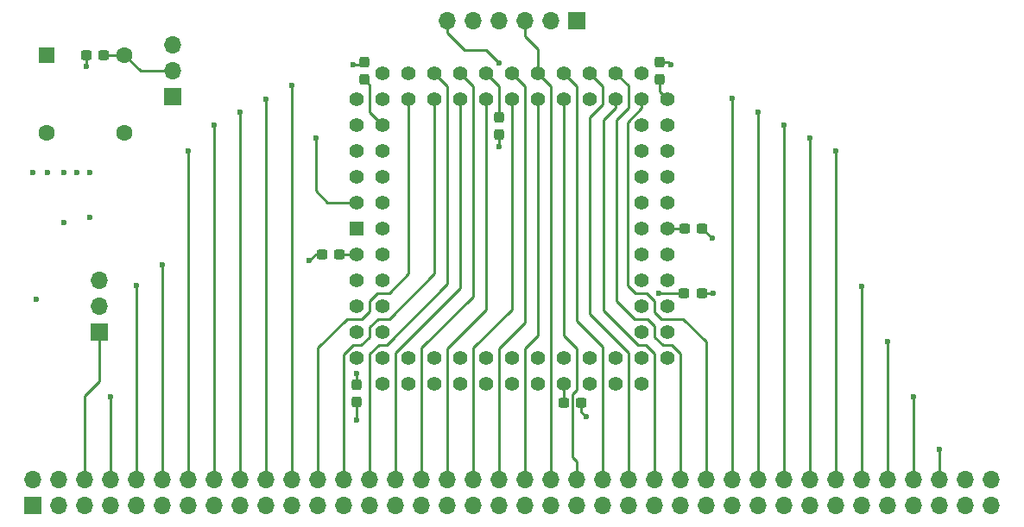
<source format=gbl>
G04 #@! TF.GenerationSoftware,KiCad,Pcbnew,6.0.1*
G04 #@! TF.CreationDate,2022-02-14T19:14:05-08:00*
G04 #@! TF.ProjectId,BREAKOUT-ATF1508AS,42524541-4b4f-4555-942d-415446313530,rev?*
G04 #@! TF.SameCoordinates,Original*
G04 #@! TF.FileFunction,Copper,L4,Bot*
G04 #@! TF.FilePolarity,Positive*
%FSLAX46Y46*%
G04 Gerber Fmt 4.6, Leading zero omitted, Abs format (unit mm)*
G04 Created by KiCad (PCBNEW 6.0.1) date 2022-02-14 19:14:05*
%MOMM*%
%LPD*%
G01*
G04 APERTURE LIST*
G04 Aperture macros list*
%AMRoundRect*
0 Rectangle with rounded corners*
0 $1 Rounding radius*
0 $2 $3 $4 $5 $6 $7 $8 $9 X,Y pos of 4 corners*
0 Add a 4 corners polygon primitive as box body*
4,1,4,$2,$3,$4,$5,$6,$7,$8,$9,$2,$3,0*
0 Add four circle primitives for the rounded corners*
1,1,$1+$1,$2,$3*
1,1,$1+$1,$4,$5*
1,1,$1+$1,$6,$7*
1,1,$1+$1,$8,$9*
0 Add four rect primitives between the rounded corners*
20,1,$1+$1,$2,$3,$4,$5,0*
20,1,$1+$1,$4,$5,$6,$7,0*
20,1,$1+$1,$6,$7,$8,$9,0*
20,1,$1+$1,$8,$9,$2,$3,0*%
G04 Aperture macros list end*
G04 #@! TA.AperFunction,ComponentPad*
%ADD10R,1.700000X1.700000*%
G04 #@! TD*
G04 #@! TA.AperFunction,ComponentPad*
%ADD11O,1.700000X1.700000*%
G04 #@! TD*
G04 #@! TA.AperFunction,ComponentPad*
%ADD12R,1.422400X1.422400*%
G04 #@! TD*
G04 #@! TA.AperFunction,ComponentPad*
%ADD13C,1.422400*%
G04 #@! TD*
G04 #@! TA.AperFunction,ComponentPad*
%ADD14R,1.600000X1.600000*%
G04 #@! TD*
G04 #@! TA.AperFunction,ComponentPad*
%ADD15C,1.600000*%
G04 #@! TD*
G04 #@! TA.AperFunction,SMDPad,CuDef*
%ADD16RoundRect,0.237500X0.300000X0.237500X-0.300000X0.237500X-0.300000X-0.237500X0.300000X-0.237500X0*%
G04 #@! TD*
G04 #@! TA.AperFunction,SMDPad,CuDef*
%ADD17RoundRect,0.237500X-0.300000X-0.237500X0.300000X-0.237500X0.300000X0.237500X-0.300000X0.237500X0*%
G04 #@! TD*
G04 #@! TA.AperFunction,SMDPad,CuDef*
%ADD18RoundRect,0.237500X0.237500X-0.300000X0.237500X0.300000X-0.237500X0.300000X-0.237500X-0.300000X0*%
G04 #@! TD*
G04 #@! TA.AperFunction,SMDPad,CuDef*
%ADD19RoundRect,0.237500X-0.237500X0.300000X-0.237500X-0.300000X0.237500X-0.300000X0.237500X0.300000X0*%
G04 #@! TD*
G04 #@! TA.AperFunction,ViaPad*
%ADD20C,0.600000*%
G04 #@! TD*
G04 #@! TA.AperFunction,Conductor*
%ADD21C,0.254000*%
G04 #@! TD*
G04 APERTURE END LIST*
D10*
X153330000Y-71400000D03*
D11*
X150790000Y-71400000D03*
X148250000Y-71400000D03*
X145710000Y-71400000D03*
X143170000Y-71400000D03*
X140630000Y-71400000D03*
D10*
X106510000Y-101940000D03*
D11*
X106510000Y-99400000D03*
X106510000Y-96860000D03*
D10*
X113720000Y-78860000D03*
D11*
X113720000Y-76320000D03*
X113720000Y-73780000D03*
D10*
X100005000Y-119000000D03*
D11*
X100005000Y-116460000D03*
X102545000Y-119000000D03*
X102545000Y-116460000D03*
X105085000Y-119000000D03*
X105085000Y-116460000D03*
X107625000Y-119000000D03*
X107625000Y-116460000D03*
X110165000Y-119000000D03*
X110165000Y-116460000D03*
X112705000Y-119000000D03*
X112705000Y-116460000D03*
X115245000Y-119000000D03*
X115245000Y-116460000D03*
X117785000Y-119000000D03*
X117785000Y-116460000D03*
X120325000Y-119000000D03*
X120325000Y-116460000D03*
X122865000Y-119000000D03*
X122865000Y-116460000D03*
X125405000Y-119000000D03*
X125405000Y-116460000D03*
X127945000Y-119000000D03*
X127945000Y-116460000D03*
X130485000Y-119000000D03*
X130485000Y-116460000D03*
X133025000Y-119000000D03*
X133025000Y-116460000D03*
X135565000Y-119000000D03*
X135565000Y-116460000D03*
X138105000Y-119000000D03*
X138105000Y-116460000D03*
X140645000Y-119000000D03*
X140645000Y-116460000D03*
X143185000Y-119000000D03*
X143185000Y-116460000D03*
X145725000Y-119000000D03*
X145725000Y-116460000D03*
X148265000Y-119000000D03*
X148265000Y-116460000D03*
X150805000Y-119000000D03*
X150805000Y-116460000D03*
X153345000Y-119000000D03*
X153345000Y-116460000D03*
X155885000Y-119000000D03*
X155885000Y-116460000D03*
X158425000Y-119000000D03*
X158425000Y-116460000D03*
X160965000Y-119000000D03*
X160965000Y-116460000D03*
X163505000Y-119000000D03*
X163505000Y-116460000D03*
X166045000Y-119000000D03*
X166045000Y-116460000D03*
X168585000Y-119000000D03*
X168585000Y-116460000D03*
X171125000Y-119000000D03*
X171125000Y-116460000D03*
X173665000Y-119000000D03*
X173665000Y-116460000D03*
X176205000Y-119000000D03*
X176205000Y-116460000D03*
X178745000Y-119000000D03*
X178745000Y-116460000D03*
X181285000Y-119000000D03*
X181285000Y-116460000D03*
X183825000Y-119000000D03*
X183825000Y-116460000D03*
X186365000Y-119000000D03*
X186365000Y-116460000D03*
X188905000Y-119000000D03*
X188905000Y-116460000D03*
X191445000Y-119000000D03*
X191445000Y-116460000D03*
X193985000Y-119000000D03*
X193985000Y-116460000D03*
D12*
X131740000Y-91770000D03*
D13*
X134280000Y-91770000D03*
X131740000Y-94310000D03*
X134280000Y-94310000D03*
X131740000Y-96850000D03*
X134280000Y-96850000D03*
X131740000Y-99390000D03*
X134280000Y-99390000D03*
X131740000Y-101930000D03*
X134280000Y-101930000D03*
X131740000Y-104470000D03*
X134280000Y-107010000D03*
X134280000Y-104470000D03*
X136820000Y-107010000D03*
X136820000Y-104470000D03*
X139360000Y-107010000D03*
X139360000Y-104470000D03*
X141900000Y-107010000D03*
X141900000Y-104470000D03*
X144440000Y-107010000D03*
X144440000Y-104470000D03*
X146980000Y-107010000D03*
X146980000Y-104470000D03*
X149520000Y-107010000D03*
X149520000Y-104470000D03*
X152060000Y-107010000D03*
X152060000Y-104470000D03*
X154600000Y-107010000D03*
X154600000Y-104470000D03*
X157140000Y-107010000D03*
X157140000Y-104470000D03*
X159680000Y-107010000D03*
X162220000Y-104470000D03*
X159680000Y-104470000D03*
X162220000Y-101930000D03*
X159680000Y-101930000D03*
X162220000Y-99390000D03*
X159680000Y-99390000D03*
X162220000Y-96850000D03*
X159680000Y-96850000D03*
X162220000Y-94310000D03*
X159680000Y-94310000D03*
X162220000Y-91770000D03*
X159680000Y-91770000D03*
X162220000Y-89230000D03*
X159680000Y-89230000D03*
X162220000Y-86690000D03*
X159680000Y-86690000D03*
X162220000Y-84150000D03*
X159680000Y-84150000D03*
X162220000Y-81610000D03*
X159680000Y-81610000D03*
X162220000Y-79070000D03*
X159680000Y-76530000D03*
X159680000Y-79070000D03*
X157140000Y-76530000D03*
X157140000Y-79070000D03*
X154600000Y-76530000D03*
X154600000Y-79070000D03*
X152060000Y-76530000D03*
X152060000Y-79070000D03*
X149520000Y-76530000D03*
X149520000Y-79070000D03*
X146980000Y-76530000D03*
X146980000Y-79070000D03*
X144440000Y-76530000D03*
X144440000Y-79070000D03*
X141900000Y-76530000D03*
X141900000Y-79070000D03*
X139360000Y-76530000D03*
X139360000Y-79070000D03*
X136820000Y-76530000D03*
X136820000Y-79070000D03*
X134280000Y-76530000D03*
X131740000Y-79070000D03*
X134280000Y-79070000D03*
X131740000Y-81610000D03*
X134280000Y-81610000D03*
X131740000Y-84150000D03*
X134280000Y-84150000D03*
X131740000Y-86690000D03*
X134280000Y-86690000D03*
X131740000Y-89230000D03*
X134280000Y-89230000D03*
D14*
X101360000Y-74770000D03*
D15*
X101360000Y-82390000D03*
X108980000Y-82390000D03*
X108980000Y-74770000D03*
D16*
X106912500Y-74770000D03*
X105187500Y-74770000D03*
D17*
X163890000Y-91760000D03*
X165615000Y-91760000D03*
X163850000Y-98150000D03*
X165575000Y-98150000D03*
X152037500Y-108850000D03*
X153762500Y-108850000D03*
D18*
X132500000Y-77180000D03*
X132500000Y-75455000D03*
D19*
X131730000Y-107110000D03*
X131730000Y-108835000D03*
D18*
X161470000Y-77180000D03*
X161470000Y-75455000D03*
D19*
X145700000Y-80850000D03*
X145700000Y-82575000D03*
D16*
X130050000Y-94300000D03*
X128325000Y-94300000D03*
D20*
X131730000Y-110620000D03*
X145700000Y-83710000D03*
X127050000Y-94960000D03*
X166710000Y-98150000D03*
X105560000Y-90670000D03*
X131430000Y-75680000D03*
X105190000Y-75850000D03*
X166620000Y-92760000D03*
X154250000Y-110280000D03*
X103060000Y-91220000D03*
X100330000Y-98720000D03*
X162530000Y-75690000D03*
X107630000Y-108300000D03*
X127750000Y-82890000D03*
X161350000Y-98150000D03*
X131730000Y-105980000D03*
X110165000Y-97395000D03*
X112705000Y-95305000D03*
X99940000Y-86300000D03*
X105560000Y-86290000D03*
X104310000Y-86290000D03*
X103000000Y-86290000D03*
X101460000Y-86300000D03*
X115250000Y-84150000D03*
X117780000Y-81630000D03*
X120330000Y-80340000D03*
X122860000Y-79070000D03*
X125410000Y-77720000D03*
X168585000Y-79035000D03*
X171100000Y-80340000D03*
X173680000Y-81610000D03*
X176210000Y-82870000D03*
X178750000Y-84150000D03*
X181285000Y-97425000D03*
X183825000Y-102865000D03*
X186370000Y-108280000D03*
X188905000Y-113455000D03*
X145705000Y-75525000D03*
D21*
X153762500Y-108850000D02*
X153762500Y-109792500D01*
X127710000Y-94300000D02*
X127050000Y-94960000D01*
X165615000Y-91760000D02*
X165620000Y-91760000D01*
X162295000Y-75455000D02*
X162530000Y-75690000D01*
X131730000Y-108835000D02*
X131730000Y-110620000D01*
X165575000Y-98150000D02*
X166710000Y-98150000D01*
X105187500Y-74770000D02*
X105187500Y-75847500D01*
X128325000Y-94300000D02*
X127710000Y-94300000D01*
X145700000Y-82575000D02*
X145700000Y-83710000D01*
X132275000Y-75680000D02*
X132500000Y-75455000D01*
X165620000Y-91760000D02*
X166620000Y-92760000D01*
X105187500Y-75847500D02*
X105190000Y-75850000D01*
X161470000Y-75455000D02*
X162295000Y-75455000D01*
X153762500Y-109792500D02*
X154250000Y-110280000D01*
X131430000Y-75680000D02*
X132275000Y-75680000D01*
X107625000Y-108305000D02*
X107630000Y-108300000D01*
X128880000Y-89230000D02*
X127750000Y-88100000D01*
X127750000Y-88100000D02*
X127750000Y-82890000D01*
X131740000Y-89230000D02*
X128880000Y-89230000D01*
X107625000Y-116460000D02*
X107625000Y-108305000D01*
X152037500Y-107032500D02*
X152060000Y-107010000D01*
X161350000Y-98150000D02*
X163850000Y-98150000D01*
X161470000Y-77180000D02*
X161470000Y-78320000D01*
X145700000Y-77790000D02*
X144440000Y-76530000D01*
X133020000Y-80350000D02*
X133020000Y-77700000D01*
X161470000Y-78320000D02*
X162220000Y-79070000D01*
X145700000Y-80850000D02*
X145700000Y-77790000D01*
X134280000Y-81610000D02*
X133020000Y-80350000D01*
X152037500Y-108850000D02*
X152037500Y-107032500D01*
X133020000Y-77700000D02*
X132500000Y-77180000D01*
X131730000Y-107110000D02*
X131730000Y-105980000D01*
X110165000Y-116460000D02*
X110165000Y-97395000D01*
X112705000Y-116460000D02*
X112705000Y-95305000D01*
X163890000Y-91760000D02*
X162230000Y-91760000D01*
X162230000Y-91760000D02*
X162220000Y-91770000D01*
X131740000Y-94310000D02*
X130060000Y-94310000D01*
X130060000Y-94310000D02*
X130050000Y-94300000D01*
X115245000Y-84155000D02*
X115250000Y-84150000D01*
X115245000Y-116460000D02*
X115245000Y-84155000D01*
X117785000Y-116460000D02*
X117785000Y-91755000D01*
X117780000Y-91750000D02*
X117785000Y-91755000D01*
X117780000Y-81630000D02*
X117780000Y-91750000D01*
X120325000Y-80345000D02*
X120330000Y-80340000D01*
X120325000Y-91775000D02*
X120325000Y-80345000D01*
X120325000Y-116460000D02*
X120325000Y-91775000D01*
X122865000Y-91765000D02*
X122865000Y-80565000D01*
X122865000Y-80345000D02*
X122865000Y-80565000D01*
X122860000Y-80340000D02*
X122865000Y-80345000D01*
X122860000Y-79070000D02*
X122860000Y-80340000D01*
X122865000Y-116460000D02*
X122865000Y-91765000D01*
X125405000Y-91775000D02*
X125405000Y-77725000D01*
X125405000Y-77725000D02*
X125410000Y-77720000D01*
X125405000Y-116460000D02*
X125405000Y-91775000D01*
X136820000Y-79070000D02*
X136820000Y-96230000D01*
X132250000Y-100680000D02*
X130770000Y-100680000D01*
X132990000Y-99940000D02*
X132250000Y-100680000D01*
X130770000Y-100680000D02*
X127945000Y-103505000D01*
X132990000Y-98870000D02*
X132990000Y-99940000D01*
X134940000Y-98110000D02*
X133750000Y-98110000D01*
X133750000Y-98110000D02*
X132990000Y-98870000D01*
X136820000Y-96230000D02*
X134940000Y-98110000D01*
X127945000Y-103505000D02*
X127945000Y-116460000D01*
X133830000Y-100660000D02*
X134930000Y-100660000D01*
X131380000Y-103250000D02*
X132190000Y-103250000D01*
X133010000Y-102430000D02*
X133010000Y-101480000D01*
X134930000Y-100660000D02*
X139360000Y-96230000D01*
X130485000Y-116460000D02*
X130485000Y-104145000D01*
X132190000Y-103250000D02*
X133010000Y-102430000D01*
X130485000Y-104145000D02*
X131380000Y-103250000D01*
X133010000Y-101480000D02*
X133830000Y-100660000D01*
X139360000Y-96230000D02*
X139360000Y-79070000D01*
X133025000Y-104065000D02*
X133910000Y-103180000D01*
X140640000Y-97210000D02*
X140640000Y-77810000D01*
X134670000Y-103180000D02*
X140640000Y-97210000D01*
X133910000Y-103180000D02*
X134670000Y-103180000D01*
X133025000Y-116460000D02*
X133025000Y-104065000D01*
X140640000Y-77810000D02*
X139360000Y-76530000D01*
X135565000Y-104005000D02*
X141900000Y-97670000D01*
X135565000Y-116460000D02*
X135565000Y-104005000D01*
X141900000Y-97670000D02*
X141900000Y-79070000D01*
X143160000Y-77790000D02*
X141900000Y-76530000D01*
X138105000Y-103495000D02*
X143160000Y-98440000D01*
X138105000Y-116460000D02*
X138105000Y-103495000D01*
X143160000Y-98440000D02*
X143160000Y-77790000D01*
X144440000Y-99720000D02*
X144440000Y-79070000D01*
X140645000Y-116460000D02*
X140645000Y-103515000D01*
X140645000Y-103515000D02*
X144440000Y-99720000D01*
X146980000Y-99710000D02*
X146980000Y-79070000D01*
X143185000Y-103505000D02*
X146980000Y-99710000D01*
X143185000Y-116460000D02*
X143185000Y-103505000D01*
X148230000Y-77780000D02*
X148230000Y-101010000D01*
X145720000Y-103640000D02*
X145725000Y-103645000D01*
X145720000Y-103520000D02*
X145720000Y-103640000D01*
X148230000Y-101010000D02*
X145720000Y-103520000D01*
X145725000Y-103645000D02*
X145725000Y-116460000D01*
X146980000Y-76530000D02*
X148230000Y-77780000D01*
X149520000Y-102320000D02*
X148265000Y-103575000D01*
X148265000Y-116460000D02*
X148265000Y-103575000D01*
X149520000Y-79070000D02*
X149520000Y-102320000D01*
X148250000Y-72880000D02*
X149520000Y-74150000D01*
X149520000Y-74150000D02*
X149520000Y-76530000D01*
X150805000Y-116460000D02*
X150805000Y-77815000D01*
X148250000Y-71400000D02*
X148250000Y-72880000D01*
X150805000Y-77815000D02*
X149520000Y-76530000D01*
X153345000Y-107635000D02*
X152900000Y-108080000D01*
X152060000Y-79070000D02*
X152060000Y-102300000D01*
X152900000Y-108080000D02*
X152900000Y-114210000D01*
X152060000Y-102300000D02*
X153345000Y-103585000D01*
X153345000Y-103585000D02*
X153345000Y-107635000D01*
X152900000Y-114210000D02*
X153345000Y-114655000D01*
X153345000Y-114655000D02*
X153345000Y-116460000D01*
X153320000Y-77790000D02*
X153320000Y-100850000D01*
X155885000Y-103415000D02*
X155885000Y-116460000D01*
X152060000Y-76530000D02*
X153320000Y-77790000D01*
X153320000Y-100850000D02*
X155885000Y-103415000D01*
X154600000Y-76530000D02*
X155890000Y-77820000D01*
X158425000Y-104005000D02*
X158425000Y-116460000D01*
X154620000Y-100200000D02*
X158425000Y-104005000D01*
X154620000Y-80890000D02*
X154620000Y-100200000D01*
X155890000Y-79620000D02*
X154620000Y-80890000D01*
X155890000Y-77820000D02*
X155890000Y-79620000D01*
X160070000Y-103180000D02*
X159300000Y-103180000D01*
X155960000Y-99840000D02*
X155960000Y-81090000D01*
X160965000Y-104075000D02*
X160070000Y-103180000D01*
X157140000Y-79910000D02*
X157140000Y-79070000D01*
X160965000Y-116460000D02*
X160965000Y-104075000D01*
X159300000Y-103180000D02*
X155960000Y-99840000D01*
X155960000Y-81090000D02*
X157140000Y-79910000D01*
X158980000Y-100650000D02*
X157190000Y-98860000D01*
X163505000Y-116460000D02*
X163505000Y-104085000D01*
X163505000Y-104085000D02*
X162650000Y-103230000D01*
X161760000Y-103230000D02*
X160970000Y-102440000D01*
X160970000Y-102440000D02*
X160970000Y-101390000D01*
X157190000Y-81100000D02*
X158380000Y-79910000D01*
X162650000Y-103230000D02*
X161760000Y-103230000D01*
X158380000Y-79910000D02*
X158380000Y-77770000D01*
X157190000Y-98860000D02*
X157190000Y-81100000D01*
X160970000Y-101390000D02*
X160230000Y-100650000D01*
X160230000Y-100650000D02*
X158980000Y-100650000D01*
X158380000Y-77770000D02*
X157140000Y-76530000D01*
X163770000Y-100640000D02*
X166045000Y-102915000D01*
X166045000Y-102915000D02*
X166045000Y-116460000D01*
X159680000Y-79070000D02*
X159680000Y-79940000D01*
X160960000Y-100010000D02*
X161590000Y-100640000D01*
X160210000Y-98160000D02*
X160960000Y-98910000D01*
X158285000Y-97365000D02*
X159080000Y-98160000D01*
X159080000Y-98160000D02*
X160210000Y-98160000D01*
X161590000Y-100640000D02*
X163770000Y-100640000D01*
X160960000Y-98910000D02*
X160960000Y-100010000D01*
X159680000Y-79940000D02*
X158285000Y-81335000D01*
X158285000Y-81335000D02*
X158285000Y-97365000D01*
X168585000Y-116460000D02*
X168585000Y-79035000D01*
X171125000Y-80365000D02*
X171100000Y-80340000D01*
X171125000Y-116460000D02*
X171125000Y-80365000D01*
X173665000Y-116460000D02*
X173665000Y-81625000D01*
X173665000Y-81625000D02*
X173680000Y-81610000D01*
X176205000Y-116460000D02*
X176205000Y-82875000D01*
X176205000Y-82875000D02*
X176210000Y-82870000D01*
X178745000Y-84155000D02*
X178750000Y-84150000D01*
X178745000Y-116460000D02*
X178745000Y-84155000D01*
X181285000Y-116460000D02*
X181285000Y-97425000D01*
X183825000Y-116460000D02*
X183825000Y-102865000D01*
X186365000Y-116460000D02*
X186365000Y-109065000D01*
X186365000Y-108285000D02*
X186370000Y-108280000D01*
X186365000Y-109065000D02*
X186365000Y-108285000D01*
X188905000Y-116460000D02*
X188905000Y-113455000D01*
X140630000Y-72560000D02*
X140630000Y-71400000D01*
X144425000Y-74245000D02*
X145705000Y-75525000D01*
X144425000Y-74245000D02*
X142315000Y-74245000D01*
X142315000Y-74245000D02*
X140630000Y-72560000D01*
X113720000Y-76320000D02*
X110530000Y-76320000D01*
X110530000Y-76320000D02*
X108980000Y-74770000D01*
X106912500Y-74770000D02*
X108980000Y-74770000D01*
X106510000Y-106770000D02*
X105085000Y-108195000D01*
X106510000Y-101940000D02*
X106510000Y-106770000D01*
X105085000Y-116460000D02*
X105085000Y-108195000D01*
M02*

</source>
